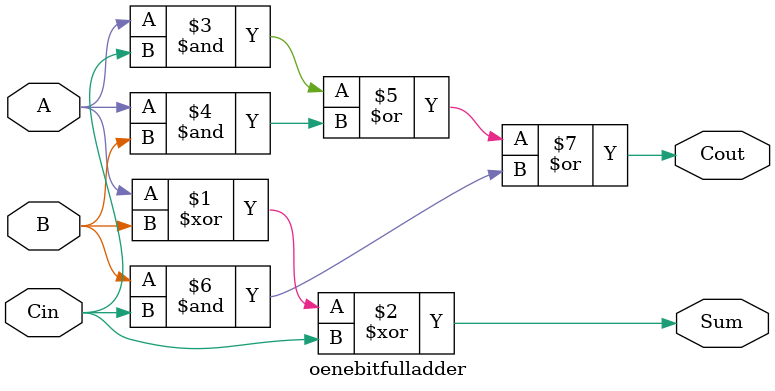
<source format=v>
`timescale 1ns / 1ps


module oenebitfulladder(
    input A,
    input B,
    input Cin,
    output Sum,
    output Cout
    );
    
    
    assign Sum = A ^ B ^ Cin;
    assign Cout = A & Cin | A & B | B & Cin;
    
    
endmodule

</source>
